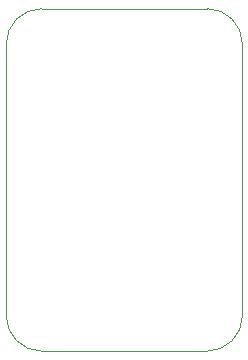
<source format=gbr>
G04 #@! TF.GenerationSoftware,KiCad,Pcbnew,5.1.6-c6e7f7d~86~ubuntu20.04.1*
G04 #@! TF.CreationDate,2020-05-17T01:00:28+03:00*
G04 #@! TF.ProjectId,EV-BA33Dxx,45562d42-4133-4334-9478-782e6b696361,v1.0*
G04 #@! TF.SameCoordinates,Original*
G04 #@! TF.FileFunction,Paste,Bot*
G04 #@! TF.FilePolarity,Positive*
%FSLAX46Y46*%
G04 Gerber Fmt 4.6, Leading zero omitted, Abs format (unit mm)*
G04 Created by KiCad (PCBNEW 5.1.6-c6e7f7d~86~ubuntu20.04.1) date 2020-05-17 01:00:28*
%MOMM*%
%LPD*%
G01*
G04 APERTURE LIST*
G04 #@! TA.AperFunction,Profile*
%ADD10C,0.050000*%
G04 #@! TD*
G04 APERTURE END LIST*
D10*
X53000000Y-79000000D02*
G75*
G02*
X50000000Y-76000000I0J3000000D01*
G01*
X50000000Y-53000000D02*
G75*
G02*
X53000000Y-50000000I3000000J0D01*
G01*
X67000000Y-50000000D02*
G75*
G02*
X70000000Y-53000000I0J-3000000D01*
G01*
X70000000Y-76000000D02*
G75*
G02*
X67000000Y-79000000I-3000000J0D01*
G01*
X50000000Y-76000000D02*
X50000000Y-53000000D01*
X67000000Y-79000000D02*
X53000000Y-79000000D01*
X70000000Y-53000000D02*
X70000000Y-76000000D01*
X53000000Y-50000000D02*
X67000000Y-50000000D01*
M02*

</source>
